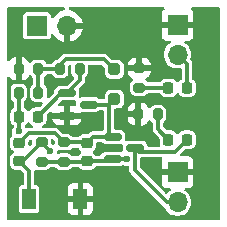
<source format=gbr>
%TF.GenerationSoftware,KiCad,Pcbnew,8.0.1*%
%TF.CreationDate,2024-05-12T11:03:26+05:30*%
%TF.ProjectId,PBSEQ-D1,50425345-512d-4443-912e-6b696361645f,0.1*%
%TF.SameCoordinates,PX7bfa480PY68e7780*%
%TF.FileFunction,Copper,L1,Top*%
%TF.FilePolarity,Positive*%
%FSLAX46Y46*%
G04 Gerber Fmt 4.6, Leading zero omitted, Abs format (unit mm)*
G04 Created by KiCad (PCBNEW 8.0.1) date 2024-05-12 11:03:26*
%MOMM*%
%LPD*%
G01*
G04 APERTURE LIST*
G04 Aperture macros list*
%AMRoundRect*
0 Rectangle with rounded corners*
0 $1 Rounding radius*
0 $2 $3 $4 $5 $6 $7 $8 $9 X,Y pos of 4 corners*
0 Add a 4 corners polygon primitive as box body*
4,1,4,$2,$3,$4,$5,$6,$7,$8,$9,$2,$3,0*
0 Add four circle primitives for the rounded corners*
1,1,$1+$1,$2,$3*
1,1,$1+$1,$4,$5*
1,1,$1+$1,$6,$7*
1,1,$1+$1,$8,$9*
0 Add four rect primitives between the rounded corners*
20,1,$1+$1,$2,$3,$4,$5,0*
20,1,$1+$1,$4,$5,$6,$7,0*
20,1,$1+$1,$6,$7,$8,$9,0*
20,1,$1+$1,$8,$9,$2,$3,0*%
G04 Aperture macros list end*
%TA.AperFunction,SMDPad,CuDef*%
%ADD10R,1.150000X1.700000*%
%TD*%
%TA.AperFunction,SMDPad,CuDef*%
%ADD11RoundRect,0.200000X0.200000X0.275000X-0.200000X0.275000X-0.200000X-0.275000X0.200000X-0.275000X0*%
%TD*%
%TA.AperFunction,SMDPad,CuDef*%
%ADD12RoundRect,0.200000X0.275000X-0.200000X0.275000X0.200000X-0.275000X0.200000X-0.275000X-0.200000X0*%
%TD*%
%TA.AperFunction,SMDPad,CuDef*%
%ADD13RoundRect,0.200000X-0.200000X-0.275000X0.200000X-0.275000X0.200000X0.275000X-0.200000X0.275000X0*%
%TD*%
%TA.AperFunction,SMDPad,CuDef*%
%ADD14RoundRect,0.200000X-0.275000X0.200000X-0.275000X-0.200000X0.275000X-0.200000X0.275000X0.200000X0*%
%TD*%
%TA.AperFunction,SMDPad,CuDef*%
%ADD15RoundRect,0.150000X-0.587500X-0.150000X0.587500X-0.150000X0.587500X0.150000X-0.587500X0.150000X0*%
%TD*%
%TA.AperFunction,ComponentPad*%
%ADD16R,1.700000X1.700000*%
%TD*%
%TA.AperFunction,ComponentPad*%
%ADD17O,1.700000X1.700000*%
%TD*%
%TA.AperFunction,SMDPad,CuDef*%
%ADD18RoundRect,0.218750X-0.218750X-0.256250X0.218750X-0.256250X0.218750X0.256250X-0.218750X0.256250X0*%
%TD*%
%TA.AperFunction,SMDPad,CuDef*%
%ADD19RoundRect,0.250000X0.250000X-0.250000X0.250000X0.250000X-0.250000X0.250000X-0.250000X-0.250000X0*%
%TD*%
%TA.AperFunction,SMDPad,CuDef*%
%ADD20RoundRect,0.225000X-0.250000X0.225000X-0.250000X-0.225000X0.250000X-0.225000X0.250000X0.225000X0*%
%TD*%
%TA.AperFunction,SMDPad,CuDef*%
%ADD21RoundRect,0.225000X-0.225000X-0.250000X0.225000X-0.250000X0.225000X0.250000X-0.225000X0.250000X0*%
%TD*%
%TA.AperFunction,SMDPad,CuDef*%
%ADD22RoundRect,0.225000X0.250000X-0.225000X0.250000X0.225000X-0.250000X0.225000X-0.250000X-0.225000X0*%
%TD*%
%TA.AperFunction,ViaPad*%
%ADD23C,0.600000*%
%TD*%
%TA.AperFunction,Conductor*%
%ADD24C,0.300000*%
%TD*%
G04 APERTURE END LIST*
D10*
%TO.P,SW1,1,1*%
%TO.N,GND*%
X6705000Y2260000D03*
%TO.P,SW1,2,2*%
%TO.N,Net-(J3-Pin_1)*%
X2355000Y2260000D03*
%TD*%
D11*
%TO.P,R7,1*%
%TO.N,Net-(D3-K)*%
X13260000Y9445000D03*
%TO.P,R7,2*%
%TO.N,GND*%
X11610000Y9445000D03*
%TD*%
D12*
%TO.P,R6,1*%
%TO.N,Net-(D2-K)*%
X11685000Y11690000D03*
%TO.P,R6,2*%
%TO.N,GND*%
X11685000Y13340000D03*
%TD*%
D11*
%TO.P,R5,1*%
%TO.N,Net-(D1-A)*%
X3140000Y13275000D03*
%TO.P,R5,2*%
%TO.N,GND*%
X1490000Y13275000D03*
%TD*%
D13*
%TO.P,R4,1*%
%TO.N,Net-(D1-A)*%
X4990000Y13275000D03*
%TO.P,R4,2*%
%TO.N,Net-(Q2-G)*%
X6640000Y13275000D03*
%TD*%
%TO.P,R3,1*%
%TO.N,OUTPUT*%
X1490000Y11245000D03*
%TO.P,R3,2*%
%TO.N,Net-(D1-A)*%
X3140000Y11245000D03*
%TD*%
D12*
%TO.P,R2,1*%
%TO.N,VCC*%
X5295000Y5420000D03*
%TO.P,R2,2*%
%TO.N,Net-(D1-K)*%
X5295000Y7070000D03*
%TD*%
D14*
%TO.P,R1,1*%
%TO.N,Net-(J3-Pin_1)*%
X3415000Y7070000D03*
%TO.P,R1,2*%
%TO.N,VCC*%
X3415000Y5420000D03*
%TD*%
D15*
%TO.P,Q2,1,G*%
%TO.N,Net-(Q2-G)*%
X5527500Y11213000D03*
%TO.P,Q2,2,S*%
%TO.N,GND*%
X5527500Y9313000D03*
%TO.P,Q2,3,D*%
%TO.N,Net-(D1-K)*%
X7402500Y10263000D03*
%TD*%
%TO.P,Q1,1,G*%
%TO.N,Net-(D1-K)*%
X9427500Y7544000D03*
%TO.P,Q1,2,S*%
%TO.N,VCC*%
X9427500Y5644000D03*
%TO.P,Q1,3,D*%
%TO.N,OUTPUT*%
X11302500Y6594000D03*
%TD*%
D16*
%TO.P,J3,1,Pin_1*%
%TO.N,Net-(J3-Pin_1)*%
X3022500Y16925000D03*
D17*
%TO.P,J3,2,Pin_2*%
%TO.N,GND*%
X5562500Y16925000D03*
%TD*%
D16*
%TO.P,J2,1,Pin_1*%
%TO.N,GND*%
X14925000Y4525000D03*
D17*
%TO.P,J2,2,Pin_2*%
%TO.N,OUTPUT*%
X14925000Y1985000D03*
%TD*%
%TO.P,J1,2,Pin_2*%
%TO.N,VCC*%
X14925000Y14485000D03*
D16*
%TO.P,J1,1,Pin_1*%
%TO.N,GND*%
X14925000Y17025000D03*
%TD*%
D18*
%TO.P,D3,1,K*%
%TO.N,Net-(D3-K)*%
X14157500Y7295000D03*
%TO.P,D3,2,A*%
%TO.N,OUTPUT*%
X15732500Y7295000D03*
%TD*%
%TO.P,D2,1,K*%
%TO.N,Net-(D2-K)*%
X14157500Y11685000D03*
%TO.P,D2,2,A*%
%TO.N,VCC*%
X15732500Y11685000D03*
%TD*%
D19*
%TO.P,D1,1,K*%
%TO.N,Net-(D1-K)*%
X9575000Y10730000D03*
%TO.P,D1,2,A*%
%TO.N,Net-(D1-A)*%
X9575000Y13230000D03*
%TD*%
D20*
%TO.P,C3,1*%
%TO.N,Net-(D1-K)*%
X1525000Y7020000D03*
%TO.P,C3,2*%
%TO.N,Net-(J3-Pin_1)*%
X1525000Y5470000D03*
%TD*%
D21*
%TO.P,C2,1*%
%TO.N,OUTPUT*%
X1530000Y9235000D03*
%TO.P,C2,2*%
%TO.N,Net-(Q2-G)*%
X3080000Y9235000D03*
%TD*%
D22*
%TO.P,C1,1*%
%TO.N,VCC*%
X7255000Y5470000D03*
%TO.P,C1,2*%
%TO.N,Net-(D1-K)*%
X7255000Y7020000D03*
%TD*%
D23*
%TO.N,GND*%
X1200000Y14800000D03*
X3200000Y14800000D03*
X12400000Y15000000D03*
X12400000Y17600000D03*
X15600000Y9400000D03*
X12800000Y4800000D03*
X9550000Y950000D03*
X9550000Y3400000D03*
X4000000Y3800000D03*
X10200000Y9200000D03*
X7400000Y9000000D03*
X8000000Y12600000D03*
%TO.N,OUTPUT*%
X1500000Y7980761D03*
%TO.N,VCC*%
X10650000Y5650000D03*
%TO.N,Net-(J3-Pin_1)*%
X4100000Y6300000D03*
%TD*%
D24*
%TO.N,VCC*%
X15732500Y13677500D02*
X14925000Y14485000D01*
X15732500Y11685000D02*
X15732500Y13677500D01*
%TO.N,OUTPUT*%
X14015000Y1985000D02*
X14925000Y1985000D01*
X11302500Y4697500D02*
X14015000Y1985000D01*
X11302500Y6594000D02*
X11302500Y4697500D01*
%TO.N,Net-(J3-Pin_1)*%
X2355000Y4640000D02*
X1525000Y5470000D01*
X2355000Y2260000D02*
X2355000Y4640000D01*
%TO.N,Net-(Q2-G)*%
X6640000Y12325500D02*
X5527500Y11213000D01*
X6640000Y13275000D02*
X6640000Y12325500D01*
X5527500Y11213000D02*
X5058000Y11213000D01*
X5058000Y11213000D02*
X3080000Y9235000D01*
%TO.N,Net-(D1-K)*%
X7402500Y10263000D02*
X9108000Y10263000D01*
%TO.N,OUTPUT*%
X1530000Y8010761D02*
X1530000Y9235000D01*
X1500000Y7980761D02*
X1530000Y8010761D01*
X1490000Y9275000D02*
X1530000Y9235000D01*
X1490000Y11245000D02*
X1490000Y9275000D01*
%TO.N,VCC*%
X10650000Y5650000D02*
X9433500Y5650000D01*
X9433500Y5650000D02*
X9427500Y5644000D01*
%TO.N,Net-(J3-Pin_1)*%
X3415000Y6985000D02*
X4100000Y6300000D01*
X3415000Y7070000D02*
X3415000Y6985000D01*
%TO.N,OUTPUT*%
X14687500Y6250000D02*
X15732500Y7295000D01*
X11646500Y6250000D02*
X14687500Y6250000D01*
X11302500Y6594000D02*
X11646500Y6250000D01*
%TO.N,Net-(D3-K)*%
X13260000Y8192500D02*
X14157500Y7295000D01*
X13260000Y9445000D02*
X13260000Y8192500D01*
%TO.N,Net-(D2-K)*%
X14152500Y11690000D02*
X14157500Y11685000D01*
X11685000Y11690000D02*
X14152500Y11690000D01*
%TO.N,Net-(D1-K)*%
X7205000Y7070000D02*
X7255000Y7020000D01*
X5295000Y7070000D02*
X7205000Y7070000D01*
X4545000Y7820000D02*
X5295000Y7070000D01*
X2320000Y7820000D02*
X4545000Y7820000D01*
X1525000Y7020000D02*
X1525000Y7025000D01*
X1525000Y7025000D02*
X2320000Y7820000D01*
%TO.N,VCC*%
X9253500Y5470000D02*
X9427500Y5644000D01*
X7255000Y5470000D02*
X9253500Y5470000D01*
X3415000Y5420000D02*
X7205000Y5420000D01*
X7205000Y5420000D02*
X7255000Y5470000D01*
%TO.N,Net-(J3-Pin_1)*%
X1525000Y5470000D02*
X1815000Y5470000D01*
X1815000Y5470000D02*
X3415000Y7070000D01*
%TO.N,Net-(D1-K)*%
X9427500Y7544000D02*
X7779000Y7544000D01*
X7779000Y7544000D02*
X7255000Y7020000D01*
X9108000Y7863500D02*
X9427500Y7544000D01*
X9108000Y10263000D02*
X9108000Y7863500D01*
X9108000Y10263000D02*
X9575000Y10730000D01*
%TO.N,Net-(D1-A)*%
X8705000Y14100000D02*
X9575000Y13230000D01*
X5450000Y14100000D02*
X8705000Y14100000D01*
X4990000Y13640000D02*
X5450000Y14100000D01*
X4990000Y13275000D02*
X4990000Y13640000D01*
X3140000Y13275000D02*
X4990000Y13275000D01*
X3140000Y11245000D02*
X3140000Y13275000D01*
%TD*%
%TA.AperFunction,Conductor*%
%TO.N,GND*%
G36*
X13589299Y5779815D02*
G01*
X13635054Y5727011D01*
X13644998Y5657853D01*
X13634256Y5625582D01*
X13634746Y5625399D01*
X13581403Y5482380D01*
X13581401Y5482373D01*
X13575000Y5422845D01*
X13575000Y4775000D01*
X14491988Y4775000D01*
X14459075Y4717993D01*
X14425000Y4590826D01*
X14425000Y4459174D01*
X14459075Y4332007D01*
X14491988Y4275000D01*
X13575000Y4275000D01*
X13575000Y3627156D01*
X13581401Y3567628D01*
X13581403Y3567621D01*
X13631645Y3432914D01*
X13631649Y3432907D01*
X13717809Y3317813D01*
X13717812Y3317810D01*
X13832906Y3231650D01*
X13832913Y3231646D01*
X13967620Y3181404D01*
X13967627Y3181402D01*
X14027155Y3175001D01*
X14027172Y3175000D01*
X14225634Y3175000D01*
X14292673Y3155315D01*
X14338428Y3102511D01*
X14348372Y3033353D01*
X14319347Y2969797D01*
X14290911Y2945573D01*
X14228701Y2907055D01*
X14071123Y2763403D01*
X14067267Y2759172D01*
X14066112Y2760225D01*
X14015942Y2722998D01*
X13946230Y2718310D01*
X13885421Y2751682D01*
X11789319Y4847784D01*
X11755834Y4909107D01*
X11753000Y4935465D01*
X11753000Y5675500D01*
X11772685Y5742539D01*
X11825489Y5788294D01*
X11877000Y5799500D01*
X13522260Y5799500D01*
X13589299Y5779815D01*
G37*
%TD.AperFunction*%
%TA.AperFunction,Conductor*%
G36*
X6332391Y10584990D02*
G01*
X6364620Y10522997D01*
X6366401Y10487538D01*
X6364500Y10467262D01*
X6364500Y10231949D01*
X6344815Y10164910D01*
X6292011Y10119155D01*
X6222853Y10109211D01*
X6218220Y10109967D01*
X6217491Y10110101D01*
X6180649Y10113000D01*
X5777500Y10113000D01*
X5777500Y9563000D01*
X6762295Y9563000D01*
X6775087Y9576839D01*
X6779355Y9597152D01*
X6828409Y9646907D01*
X6888607Y9662500D01*
X8044270Y9662500D01*
X8074699Y9665354D01*
X8074701Y9665354D01*
X8140847Y9688500D01*
X8202882Y9710207D01*
X8243265Y9740011D01*
X8308655Y9788270D01*
X8374284Y9812241D01*
X8382288Y9812500D01*
X8533500Y9812500D01*
X8600539Y9792815D01*
X8646294Y9740011D01*
X8657500Y9688500D01*
X8657500Y8181815D01*
X8637815Y8114776D01*
X8607134Y8082045D01*
X8521346Y8018730D01*
X8455717Y7994759D01*
X8447712Y7994500D01*
X7719691Y7994500D01*
X7629325Y7970287D01*
X7629324Y7970288D01*
X7605116Y7963801D01*
X7605113Y7963800D01*
X7502386Y7904489D01*
X7502383Y7904487D01*
X7404716Y7806819D01*
X7343393Y7773334D01*
X7317035Y7770500D01*
X6963856Y7770500D01*
X6925841Y7765935D01*
X6879411Y7760360D01*
X6745023Y7707364D01*
X6629920Y7620078D01*
X6591622Y7569574D01*
X6535429Y7528051D01*
X6492819Y7520500D01*
X6069751Y7520500D01*
X6002712Y7540185D01*
X5970485Y7570188D01*
X5939939Y7610991D01*
X5927546Y7627546D01*
X5918962Y7633972D01*
X5812335Y7713794D01*
X5812328Y7713798D01*
X5677482Y7764092D01*
X5677483Y7764092D01*
X5617883Y7770499D01*
X5617881Y7770500D01*
X5617873Y7770500D01*
X5617865Y7770500D01*
X5282965Y7770500D01*
X5215926Y7790185D01*
X5195284Y7806819D01*
X4821616Y8180487D01*
X4821614Y8180489D01*
X4758395Y8216989D01*
X4718888Y8239799D01*
X4705612Y8243356D01*
X4694673Y8246287D01*
X4694670Y8246288D01*
X4656478Y8256522D01*
X4604309Y8270500D01*
X3578054Y8270500D01*
X3511015Y8290185D01*
X3465260Y8342989D01*
X3455316Y8412147D01*
X3484341Y8475703D01*
X3532562Y8509855D01*
X3564975Y8522636D01*
X3680078Y8609922D01*
X3767364Y8725025D01*
X3820359Y8859410D01*
X3830500Y8943856D01*
X3830500Y9062999D01*
X4292704Y9062999D01*
X4292899Y9060514D01*
X4338718Y8902802D01*
X4422314Y8761448D01*
X4422321Y8761439D01*
X4538438Y8645322D01*
X4538447Y8645315D01*
X4679803Y8561718D01*
X4679806Y8561717D01*
X4837504Y8515901D01*
X4837510Y8515900D01*
X4874350Y8513001D01*
X4874366Y8513000D01*
X5277500Y8513000D01*
X5277500Y9063000D01*
X5777500Y9063000D01*
X5777500Y8513000D01*
X6180634Y8513000D01*
X6180649Y8513001D01*
X6217489Y8515900D01*
X6217495Y8515901D01*
X6375193Y8561717D01*
X6375196Y8561718D01*
X6516552Y8645315D01*
X6516561Y8645322D01*
X6632678Y8761439D01*
X6632685Y8761448D01*
X6716281Y8902802D01*
X6762100Y9060514D01*
X6762295Y9062999D01*
X6762295Y9063000D01*
X5777500Y9063000D01*
X5277500Y9063000D01*
X4292705Y9063000D01*
X4292704Y9062999D01*
X3830500Y9062999D01*
X3830500Y9297035D01*
X3850185Y9364074D01*
X3866819Y9384716D01*
X4082575Y9600473D01*
X4143896Y9633956D01*
X4213587Y9628972D01*
X4261309Y9596962D01*
X4292704Y9563000D01*
X5277500Y9563000D01*
X5277500Y10113000D01*
X4894465Y10113000D01*
X4827426Y10132685D01*
X4781671Y10185489D01*
X4771727Y10254647D01*
X4800752Y10318203D01*
X4806784Y10324681D01*
X5058284Y10576181D01*
X5119607Y10609666D01*
X5145965Y10612500D01*
X6169270Y10612500D01*
X6199699Y10615354D01*
X6201984Y10616153D01*
X6203779Y10616245D01*
X6207073Y10616964D01*
X6207192Y10616420D01*
X6271763Y10619717D01*
X6332391Y10584990D01*
G37*
%TD.AperFunction*%
%TA.AperFunction,Conductor*%
G36*
X5347779Y18479815D02*
G01*
X5393534Y18427011D01*
X5403478Y18357853D01*
X5374453Y18294297D01*
X5315675Y18256523D01*
X5312833Y18255725D01*
X5099016Y18198434D01*
X5099007Y18198430D01*
X4884922Y18098601D01*
X4884920Y18098600D01*
X4691426Y17963114D01*
X4691420Y17963109D01*
X4524391Y17796080D01*
X4524390Y17796078D01*
X4398574Y17616394D01*
X4343997Y17572770D01*
X4274498Y17565577D01*
X4212144Y17597099D01*
X4176730Y17657329D01*
X4172999Y17687518D01*
X4172999Y17819857D01*
X4172999Y17819864D01*
X4172997Y17819883D01*
X4170086Y17844988D01*
X4170085Y17844990D01*
X4170085Y17844991D01*
X4124706Y17947765D01*
X4045265Y18027206D01*
X4045263Y18027207D01*
X3942492Y18072585D01*
X3917365Y18075500D01*
X2127643Y18075500D01*
X2127617Y18075498D01*
X2102512Y18072587D01*
X2102508Y18072585D01*
X1999735Y18027207D01*
X1920294Y17947766D01*
X1874915Y17844994D01*
X1874915Y17844992D01*
X1872000Y17819869D01*
X1872000Y16030144D01*
X1872002Y16030118D01*
X1874913Y16005013D01*
X1874915Y16005009D01*
X1920293Y15902236D01*
X1920294Y15902235D01*
X1999735Y15822794D01*
X2102509Y15777415D01*
X2127635Y15774500D01*
X3917364Y15774501D01*
X3917379Y15774503D01*
X3917382Y15774503D01*
X3942487Y15777414D01*
X3942488Y15777415D01*
X3942491Y15777415D01*
X4045265Y15822794D01*
X4124706Y15902235D01*
X4170085Y16005009D01*
X4173000Y16030135D01*
X4172999Y16162484D01*
X4192683Y16229520D01*
X4245487Y16275275D01*
X4314645Y16285219D01*
X4378201Y16256195D01*
X4398573Y16233605D01*
X4524390Y16053922D01*
X4691417Y15886895D01*
X4884921Y15751400D01*
X5099007Y15651571D01*
X5099016Y15651567D01*
X5312500Y15594366D01*
X5312500Y16491988D01*
X5369507Y16459075D01*
X5496674Y16425000D01*
X5628326Y16425000D01*
X5755493Y16459075D01*
X5812500Y16491988D01*
X5812500Y15594367D01*
X6025983Y15651567D01*
X6025992Y15651571D01*
X6240078Y15751400D01*
X6433582Y15886895D01*
X6600605Y16053918D01*
X6736100Y16247422D01*
X6835929Y16461508D01*
X6835932Y16461514D01*
X6893136Y16675000D01*
X5995512Y16675000D01*
X6028425Y16732007D01*
X6062500Y16859174D01*
X6062500Y16990826D01*
X6028425Y17117993D01*
X5995512Y17175000D01*
X6893136Y17175000D01*
X6893135Y17175001D01*
X6835932Y17388487D01*
X6835929Y17388493D01*
X6736100Y17602578D01*
X6736099Y17602580D01*
X6600613Y17796074D01*
X6600608Y17796080D01*
X6433582Y17963106D01*
X6240078Y18098601D01*
X6025992Y18198430D01*
X6025983Y18198434D01*
X5812167Y18255725D01*
X5752506Y18292090D01*
X5721977Y18354937D01*
X5730272Y18424312D01*
X5774757Y18478190D01*
X5841309Y18499465D01*
X5844260Y18499500D01*
X13702336Y18499500D01*
X13769375Y18479815D01*
X13815130Y18427011D01*
X13825074Y18357853D01*
X13796049Y18294297D01*
X13776647Y18276233D01*
X13717809Y18232187D01*
X13631649Y18117094D01*
X13631645Y18117087D01*
X13581403Y17982380D01*
X13581401Y17982373D01*
X13575000Y17922845D01*
X13575000Y17275000D01*
X14491988Y17275000D01*
X14459075Y17217993D01*
X14425000Y17090826D01*
X14425000Y16959174D01*
X14459075Y16832007D01*
X14491988Y16775000D01*
X13575000Y16775000D01*
X13575000Y16127156D01*
X13581401Y16067628D01*
X13581403Y16067621D01*
X13631645Y15932914D01*
X13631649Y15932907D01*
X13717809Y15817813D01*
X13717812Y15817810D01*
X13832906Y15731650D01*
X13832913Y15731646D01*
X13967620Y15681404D01*
X13967627Y15681402D01*
X14027155Y15675001D01*
X14027172Y15675000D01*
X14225634Y15675000D01*
X14292673Y15655315D01*
X14338428Y15602511D01*
X14348372Y15533353D01*
X14319347Y15469797D01*
X14290911Y15445573D01*
X14228701Y15407055D01*
X14071127Y15263407D01*
X13942632Y15093254D01*
X13847596Y14902395D01*
X13847596Y14902393D01*
X13789244Y14697311D01*
X13772796Y14519799D01*
X13769571Y14485000D01*
X13789244Y14272690D01*
X13832727Y14119864D01*
X13847596Y14067608D01*
X13847596Y14067606D01*
X13942632Y13876747D01*
X14048311Y13736807D01*
X14071128Y13706593D01*
X14228698Y13562948D01*
X14409981Y13450702D01*
X14608802Y13373679D01*
X14818390Y13334500D01*
X14818392Y13334500D01*
X15031608Y13334500D01*
X15031610Y13334500D01*
X15135217Y13353868D01*
X15204730Y13346837D01*
X15259408Y13303340D01*
X15281891Y13237186D01*
X15282000Y13231979D01*
X15282000Y12478763D01*
X15262315Y12411724D01*
X15232925Y12379959D01*
X15143132Y12311868D01*
X15056884Y12198132D01*
X15053086Y12191376D01*
X15003072Y12142588D01*
X14934620Y12128584D01*
X14869463Y12153812D01*
X14836914Y12191376D01*
X14833115Y12198132D01*
X14746867Y12311868D01*
X14633134Y12398114D01*
X14633132Y12398115D01*
X14500346Y12450479D01*
X14500345Y12450480D01*
X14500343Y12450480D01*
X14416902Y12460500D01*
X13898098Y12460500D01*
X13814656Y12450480D01*
X13814655Y12450480D01*
X13681865Y12398114D01*
X13568132Y12311868D01*
X13476760Y12191374D01*
X13474285Y12193251D01*
X13435040Y12154951D01*
X13376945Y12140500D01*
X12459751Y12140500D01*
X12392712Y12160185D01*
X12360485Y12190188D01*
X12317548Y12247543D01*
X12317546Y12247546D01*
X12250003Y12298109D01*
X12208133Y12354043D01*
X12203149Y12423735D01*
X12236635Y12485057D01*
X12260166Y12503492D01*
X12394874Y12584926D01*
X12394878Y12584929D01*
X12515072Y12705123D01*
X12603019Y12850605D01*
X12653590Y13012894D01*
X12660000Y13083428D01*
X12660000Y13090000D01*
X10710001Y13090000D01*
X10710001Y13083418D01*
X10716408Y13012898D01*
X10716409Y13012893D01*
X10766981Y12850604D01*
X10854927Y12705123D01*
X10975122Y12584928D01*
X11109834Y12503492D01*
X11157021Y12451964D01*
X11168860Y12383105D01*
X11141591Y12318776D01*
X11119996Y12298109D01*
X11052452Y12247545D01*
X10966206Y12132336D01*
X10966202Y12132329D01*
X10915910Y11997487D01*
X10915909Y11997483D01*
X10909500Y11937873D01*
X10909500Y11937866D01*
X10909500Y11937865D01*
X10909500Y11442130D01*
X10909501Y11442124D01*
X10915908Y11382517D01*
X10966202Y11247672D01*
X10966206Y11247665D01*
X11052452Y11132456D01*
X11052455Y11132453D01*
X11167664Y11046207D01*
X11167671Y11046203D01*
X11212618Y11029439D01*
X11302517Y10995909D01*
X11362127Y10989500D01*
X12007872Y10989501D01*
X12067483Y10995909D01*
X12202331Y11046204D01*
X12317546Y11132454D01*
X12347050Y11171866D01*
X12360485Y11189812D01*
X12416419Y11231682D01*
X12459751Y11239500D01*
X13371322Y11239500D01*
X13438361Y11219815D01*
X13479409Y11176272D01*
X13481886Y11171866D01*
X13568132Y11058133D01*
X13673407Y10978301D01*
X13681868Y10971885D01*
X13814654Y10919521D01*
X13898098Y10909500D01*
X14416902Y10909500D01*
X14500346Y10919521D01*
X14633132Y10971885D01*
X14746867Y11058133D01*
X14833115Y11171868D01*
X14833117Y11171874D01*
X14836912Y11178622D01*
X14886925Y11227411D01*
X14955376Y11241417D01*
X15020534Y11216192D01*
X15053088Y11178622D01*
X15056886Y11171866D01*
X15143132Y11058133D01*
X15248407Y10978301D01*
X15256868Y10971885D01*
X15389654Y10919521D01*
X15473098Y10909500D01*
X15991902Y10909500D01*
X16075346Y10919521D01*
X16208132Y10971885D01*
X16321867Y11058133D01*
X16408115Y11171868D01*
X16460479Y11304654D01*
X16470500Y11388098D01*
X16470500Y11981902D01*
X16460479Y12065346D01*
X16408115Y12198132D01*
X16408113Y12198135D01*
X16321867Y12311868D01*
X16232075Y12379959D01*
X16190551Y12436152D01*
X16183000Y12478763D01*
X16183000Y13736807D01*
X16183000Y13736809D01*
X16152299Y13851386D01*
X16109155Y13926113D01*
X16106588Y13930559D01*
X16092991Y13954111D01*
X16092987Y13954116D01*
X16048856Y13998247D01*
X16015371Y14059570D01*
X16017270Y14119859D01*
X16060756Y14272690D01*
X16080429Y14485000D01*
X16060756Y14697310D01*
X16002405Y14902389D01*
X16002403Y14902394D01*
X16002403Y14902395D01*
X15907367Y15093254D01*
X15778872Y15263407D01*
X15621302Y15407052D01*
X15621299Y15407054D01*
X15621298Y15407055D01*
X15559089Y15445573D01*
X15512453Y15497601D01*
X15501349Y15566582D01*
X15529302Y15630617D01*
X15587437Y15669373D01*
X15624366Y15675000D01*
X15822828Y15675000D01*
X15822844Y15675001D01*
X15882372Y15681402D01*
X15882379Y15681404D01*
X16017086Y15731646D01*
X16017093Y15731650D01*
X16132187Y15817810D01*
X16132190Y15817813D01*
X16218350Y15932907D01*
X16218354Y15932914D01*
X16268596Y16067621D01*
X16268598Y16067628D01*
X16274999Y16127156D01*
X16275000Y16127173D01*
X16275000Y16775000D01*
X15358012Y16775000D01*
X15390925Y16832007D01*
X15425000Y16959174D01*
X15425000Y17090826D01*
X15390925Y17217993D01*
X15358012Y17275000D01*
X16275000Y17275000D01*
X16275000Y17922828D01*
X16274999Y17922845D01*
X16268598Y17982373D01*
X16268596Y17982380D01*
X16218354Y18117087D01*
X16218350Y18117094D01*
X16132190Y18232187D01*
X16073353Y18276233D01*
X16031482Y18332167D01*
X16026498Y18401859D01*
X16059983Y18463182D01*
X16121307Y18496666D01*
X16147664Y18499500D01*
X18375500Y18499500D01*
X18442539Y18479815D01*
X18488294Y18427011D01*
X18499500Y18375500D01*
X18499500Y624500D01*
X18479815Y557461D01*
X18427011Y511706D01*
X18375500Y500500D01*
X624500Y500500D01*
X557461Y520185D01*
X511706Y572989D01*
X500500Y624500D01*
X500500Y5203856D01*
X749500Y5203856D01*
X753310Y5172128D01*
X759640Y5119412D01*
X812636Y4985024D01*
X899921Y4869922D01*
X1015023Y4782637D01*
X1015024Y4782637D01*
X1015025Y4782636D01*
X1149410Y4729641D01*
X1233856Y4719500D01*
X1587035Y4719500D01*
X1654074Y4699815D01*
X1674716Y4683181D01*
X1868181Y4489716D01*
X1901666Y4428393D01*
X1904500Y4402035D01*
X1904500Y3534500D01*
X1884815Y3467461D01*
X1832011Y3421706D01*
X1780503Y3410500D01*
X1735143Y3410500D01*
X1735118Y3410498D01*
X1710011Y3407586D01*
X1710008Y3407585D01*
X1607235Y3362207D01*
X1527794Y3282766D01*
X1482415Y3179994D01*
X1482415Y3179992D01*
X1479500Y3154869D01*
X1479500Y1365144D01*
X1479502Y1365118D01*
X1482413Y1340013D01*
X1482415Y1340009D01*
X1527793Y1237236D01*
X1527794Y1237235D01*
X1607235Y1157794D01*
X1710009Y1112415D01*
X1735135Y1109500D01*
X2974864Y1109501D01*
X2974879Y1109503D01*
X2974882Y1109503D01*
X2999987Y1112414D01*
X2999988Y1112415D01*
X2999991Y1112415D01*
X3102765Y1157794D01*
X3182206Y1237235D01*
X3227585Y1340009D01*
X3230500Y1365135D01*
X3230499Y2010000D01*
X5630000Y2010000D01*
X5630000Y1362156D01*
X5636401Y1302628D01*
X5636403Y1302621D01*
X5686645Y1167914D01*
X5686649Y1167907D01*
X5772809Y1052813D01*
X5772812Y1052810D01*
X5887906Y966650D01*
X5887913Y966646D01*
X6022620Y916404D01*
X6022627Y916402D01*
X6082155Y910001D01*
X6082172Y910000D01*
X6455000Y910000D01*
X6455000Y2010000D01*
X6955000Y2010000D01*
X6955000Y910000D01*
X7327828Y910000D01*
X7327844Y910001D01*
X7387372Y916402D01*
X7387379Y916404D01*
X7522086Y966646D01*
X7522093Y966650D01*
X7637187Y1052810D01*
X7637190Y1052813D01*
X7723350Y1167907D01*
X7723354Y1167914D01*
X7773596Y1302621D01*
X7773598Y1302628D01*
X7779999Y1362156D01*
X7780000Y1362173D01*
X7780000Y2010000D01*
X6955000Y2010000D01*
X6455000Y2010000D01*
X5630000Y2010000D01*
X3230499Y2010000D01*
X3230499Y2510000D01*
X5630000Y2510000D01*
X6455000Y2510000D01*
X6455000Y3610000D01*
X6955000Y3610000D01*
X6955000Y2510000D01*
X7780000Y2510000D01*
X7780000Y3157828D01*
X7779999Y3157845D01*
X7773598Y3217373D01*
X7773596Y3217380D01*
X7723354Y3352087D01*
X7723350Y3352094D01*
X7637190Y3467188D01*
X7637187Y3467191D01*
X7522093Y3553351D01*
X7522086Y3553355D01*
X7387379Y3603597D01*
X7387372Y3603599D01*
X7327844Y3610000D01*
X6955000Y3610000D01*
X6455000Y3610000D01*
X6082155Y3610000D01*
X6022627Y3603599D01*
X6022620Y3603597D01*
X5887913Y3553355D01*
X5887906Y3553351D01*
X5772812Y3467191D01*
X5772809Y3467188D01*
X5686649Y3352094D01*
X5686645Y3352087D01*
X5636403Y3217380D01*
X5636401Y3217373D01*
X5630000Y3157845D01*
X5630000Y2510000D01*
X3230499Y2510000D01*
X3230499Y3154864D01*
X3230447Y3155315D01*
X3227586Y3179988D01*
X3227585Y3179990D01*
X3227585Y3179991D01*
X3182206Y3282765D01*
X3102765Y3362206D01*
X3102763Y3362207D01*
X2999992Y3407585D01*
X2974868Y3410500D01*
X2974865Y3410500D01*
X2929500Y3410500D01*
X2862461Y3430185D01*
X2816706Y3482989D01*
X2805500Y3534500D01*
X2805500Y4631988D01*
X2825185Y4699027D01*
X2877989Y4744782D01*
X2947147Y4754726D01*
X2972828Y4748172D01*
X3022511Y4729641D01*
X3032511Y4725911D01*
X3032517Y4725909D01*
X3092127Y4719500D01*
X3737872Y4719501D01*
X3797483Y4725909D01*
X3932331Y4776204D01*
X4047546Y4862454D01*
X4082471Y4909107D01*
X4090485Y4919812D01*
X4146419Y4961682D01*
X4189751Y4969500D01*
X4520249Y4969500D01*
X4587288Y4949815D01*
X4619515Y4919812D01*
X4627529Y4909107D01*
X4662454Y4862454D01*
X4662457Y4862452D01*
X4777664Y4776207D01*
X4777671Y4776203D01*
X4822618Y4759439D01*
X4912517Y4725909D01*
X4972127Y4719500D01*
X5617872Y4719501D01*
X5677483Y4725909D01*
X5812331Y4776204D01*
X5927546Y4862454D01*
X5962471Y4909107D01*
X5970485Y4919812D01*
X6026419Y4961682D01*
X6069751Y4969500D01*
X6492819Y4969500D01*
X6559858Y4949815D01*
X6591622Y4920426D01*
X6629920Y4869923D01*
X6745023Y4782637D01*
X6745024Y4782637D01*
X6745025Y4782636D01*
X6879410Y4729641D01*
X6963856Y4719500D01*
X6963862Y4719500D01*
X7546138Y4719500D01*
X7546144Y4719500D01*
X7630590Y4729641D01*
X7764975Y4782636D01*
X7880078Y4869922D01*
X7956293Y4970427D01*
X8012486Y5011949D01*
X8055097Y5019500D01*
X9312807Y5019500D01*
X9312809Y5019500D01*
X9375082Y5036187D01*
X9386611Y5039275D01*
X9418704Y5043500D01*
X10069270Y5043500D01*
X10099699Y5046354D01*
X10099701Y5046354D01*
X10185154Y5076256D01*
X10227882Y5091207D01*
X10244124Y5103195D01*
X10309751Y5127167D01*
X10365208Y5117988D01*
X10493238Y5064956D01*
X10571619Y5054637D01*
X10649999Y5044318D01*
X10650000Y5044318D01*
X10650001Y5044318D01*
X10711815Y5052456D01*
X10780850Y5041690D01*
X10833106Y4995310D01*
X10852000Y4929517D01*
X10852000Y4638192D01*
X10876212Y4547828D01*
X10882700Y4523615D01*
X10882700Y4523614D01*
X10882701Y4523613D01*
X10942011Y4420886D01*
X13738386Y1624511D01*
X13738387Y1624510D01*
X13738389Y1624509D01*
X13797693Y1590271D01*
X13797695Y1590269D01*
X13819543Y1577655D01*
X13867759Y1527088D01*
X13868543Y1525540D01*
X13942634Y1376745D01*
X13970377Y1340007D01*
X14071128Y1206593D01*
X14228698Y1062948D01*
X14409981Y950702D01*
X14608802Y873679D01*
X14818390Y834500D01*
X14818392Y834500D01*
X15031608Y834500D01*
X15031610Y834500D01*
X15241198Y873679D01*
X15440019Y950702D01*
X15621302Y1062948D01*
X15778872Y1206593D01*
X15907366Y1376745D01*
X15907367Y1376747D01*
X16002403Y1567606D01*
X16002403Y1567607D01*
X16002405Y1567611D01*
X16060756Y1772690D01*
X16080429Y1985000D01*
X16060756Y2197310D01*
X16002405Y2402389D01*
X16002403Y2402394D01*
X16002403Y2402395D01*
X15907367Y2593254D01*
X15778872Y2763407D01*
X15621302Y2907052D01*
X15621299Y2907054D01*
X15621298Y2907055D01*
X15559089Y2945573D01*
X15512453Y2997601D01*
X15501349Y3066582D01*
X15529302Y3130617D01*
X15587437Y3169373D01*
X15624366Y3175000D01*
X15822828Y3175000D01*
X15822844Y3175001D01*
X15882372Y3181402D01*
X15882379Y3181404D01*
X16017086Y3231646D01*
X16017093Y3231650D01*
X16132187Y3317810D01*
X16132190Y3317813D01*
X16218350Y3432907D01*
X16218354Y3432914D01*
X16268596Y3567621D01*
X16268598Y3567628D01*
X16274999Y3627156D01*
X16275000Y3627173D01*
X16275000Y4275000D01*
X15358012Y4275000D01*
X15390925Y4332007D01*
X15425000Y4459174D01*
X15425000Y4590826D01*
X15390925Y4717993D01*
X15358012Y4775000D01*
X16275000Y4775000D01*
X16275000Y5422828D01*
X16274999Y5422845D01*
X16268598Y5482373D01*
X16268596Y5482380D01*
X16218354Y5617087D01*
X16218350Y5617094D01*
X16132190Y5732188D01*
X16132187Y5732191D01*
X16017093Y5818351D01*
X16017086Y5818355D01*
X15882379Y5868597D01*
X15882372Y5868599D01*
X15822844Y5875000D01*
X15248965Y5875000D01*
X15181926Y5894685D01*
X15136171Y5947489D01*
X15126227Y6016647D01*
X15155252Y6080203D01*
X15161284Y6086681D01*
X15557784Y6483181D01*
X15619107Y6516666D01*
X15645465Y6519500D01*
X15991902Y6519500D01*
X16075346Y6529521D01*
X16208132Y6581885D01*
X16321867Y6668133D01*
X16408115Y6781868D01*
X16460479Y6914654D01*
X16470500Y6998098D01*
X16470500Y7591902D01*
X16460479Y7675346D01*
X16408115Y7808132D01*
X16335047Y7904487D01*
X16321867Y7921868D01*
X16208134Y8008114D01*
X16208132Y8008115D01*
X16075346Y8060479D01*
X16075345Y8060480D01*
X16075343Y8060480D01*
X15991902Y8070500D01*
X15473098Y8070500D01*
X15389656Y8060480D01*
X15389655Y8060480D01*
X15256865Y8008114D01*
X15143132Y7921868D01*
X15056884Y7808132D01*
X15053086Y7801376D01*
X15003072Y7752588D01*
X14934620Y7738584D01*
X14869463Y7763812D01*
X14836914Y7801376D01*
X14833115Y7808132D01*
X14746867Y7921868D01*
X14633134Y8008114D01*
X14633132Y8008115D01*
X14500346Y8060479D01*
X14500345Y8060480D01*
X14500343Y8060480D01*
X14416902Y8070500D01*
X14070465Y8070500D01*
X14003426Y8090185D01*
X13982784Y8106819D01*
X13746819Y8342785D01*
X13713334Y8404108D01*
X13710500Y8430466D01*
X13710500Y8670251D01*
X13730185Y8737290D01*
X13760190Y8769518D01*
X13817546Y8812454D01*
X13903796Y8927669D01*
X13954091Y9062517D01*
X13960500Y9122127D01*
X13960499Y9767872D01*
X13954091Y9827483D01*
X13941935Y9860074D01*
X13903797Y9962329D01*
X13903793Y9962336D01*
X13817547Y10077545D01*
X13817544Y10077548D01*
X13702335Y10163794D01*
X13702328Y10163798D01*
X13567486Y10214090D01*
X13567485Y10214091D01*
X13567483Y10214091D01*
X13507873Y10220500D01*
X13507863Y10220500D01*
X13012129Y10220500D01*
X13012123Y10220499D01*
X12952516Y10214092D01*
X12817671Y10163798D01*
X12817664Y10163794D01*
X12702455Y10077548D01*
X12651891Y10010004D01*
X12595956Y9968133D01*
X12526265Y9963150D01*
X12464942Y9996636D01*
X12446508Y10020166D01*
X12365072Y10154878D01*
X12244877Y10275073D01*
X12099395Y10363020D01*
X12099396Y10363020D01*
X11937105Y10413591D01*
X11937106Y10413591D01*
X11866572Y10420000D01*
X11860000Y10420000D01*
X11860000Y8470001D01*
X11866581Y8470001D01*
X11937102Y8476409D01*
X11937107Y8476410D01*
X12099396Y8526982D01*
X12244877Y8614928D01*
X12365071Y8735122D01*
X12365074Y8735126D01*
X12446508Y8869834D01*
X12498035Y8917022D01*
X12566895Y8928861D01*
X12631224Y8901593D01*
X12651892Y8879996D01*
X12702452Y8812457D01*
X12702455Y8812453D01*
X12759810Y8769518D01*
X12801682Y8713585D01*
X12809500Y8670251D01*
X12809500Y8133190D01*
X12828982Y8060480D01*
X12840200Y8018615D01*
X12840200Y8018614D01*
X12853973Y7994759D01*
X12899511Y7915886D01*
X12899513Y7915884D01*
X13383181Y7432216D01*
X13416666Y7370893D01*
X13419500Y7344535D01*
X13419500Y6998098D01*
X13429520Y6914657D01*
X13429522Y6914649D01*
X13447134Y6869990D01*
X13453416Y6800404D01*
X13421079Y6738467D01*
X13360391Y6703846D01*
X13331780Y6700500D01*
X12462584Y6700500D01*
X12395545Y6720185D01*
X12349790Y6772989D01*
X12339126Y6812922D01*
X12337646Y6828700D01*
X12337646Y6828702D01*
X12301638Y6931605D01*
X12292793Y6956882D01*
X12212150Y7066150D01*
X12102882Y7146793D01*
X12102880Y7146794D01*
X11974700Y7191647D01*
X11944270Y7194500D01*
X11944266Y7194500D01*
X10660734Y7194500D01*
X10660730Y7194500D01*
X10630300Y7191647D01*
X10630298Y7191646D01*
X10628000Y7190842D01*
X10626196Y7190751D01*
X10622927Y7190036D01*
X10622808Y7190578D01*
X10558221Y7187288D01*
X10497597Y7222022D01*
X10465376Y7284019D01*
X10463599Y7319466D01*
X10465500Y7339734D01*
X10465500Y7748266D01*
X10463844Y7765921D01*
X10462646Y7778700D01*
X10462646Y7778702D01*
X10417793Y7906881D01*
X10417792Y7906883D01*
X10411149Y7915884D01*
X10337150Y8016150D01*
X10227882Y8096793D01*
X10227880Y8096794D01*
X10099700Y8141647D01*
X10069270Y8144500D01*
X10069266Y8144500D01*
X9682500Y8144500D01*
X9615461Y8164185D01*
X9569706Y8216989D01*
X9558500Y8268500D01*
X9558500Y9195000D01*
X10710001Y9195000D01*
X10710001Y9113418D01*
X10716408Y9042898D01*
X10716409Y9042893D01*
X10766981Y8880604D01*
X10854927Y8735123D01*
X10975122Y8614928D01*
X11120604Y8526981D01*
X11120603Y8526981D01*
X11282894Y8476410D01*
X11282893Y8476410D01*
X11353408Y8470002D01*
X11353426Y8470001D01*
X11359999Y8470002D01*
X11360000Y8470002D01*
X11360000Y9195000D01*
X10710001Y9195000D01*
X9558500Y9195000D01*
X9558500Y9695000D01*
X10710000Y9695000D01*
X11360000Y9695000D01*
X11360000Y10420000D01*
X11359999Y10420001D01*
X11353436Y10420000D01*
X11353417Y10419999D01*
X11282897Y10413592D01*
X11282892Y10413591D01*
X11120603Y10363019D01*
X10975122Y10275073D01*
X10854927Y10154878D01*
X10766980Y10009396D01*
X10716409Y9847107D01*
X10710000Y9776573D01*
X10710000Y9695000D01*
X9558500Y9695000D01*
X9558500Y9805500D01*
X9578185Y9872539D01*
X9630989Y9918294D01*
X9682500Y9929500D01*
X9868097Y9929500D01*
X9868102Y9929500D01*
X9956564Y9940123D01*
X10097342Y9995639D01*
X10217922Y10087078D01*
X10309361Y10207658D01*
X10364877Y10348436D01*
X10375500Y10436898D01*
X10375500Y11023102D01*
X10364877Y11111564D01*
X10309361Y11252342D01*
X10309360Y11252343D01*
X10309360Y11252344D01*
X10217922Y11372923D01*
X10097343Y11464361D01*
X9956561Y11519878D01*
X9910926Y11525358D01*
X9868102Y11530500D01*
X9281898Y11530500D01*
X9242853Y11525812D01*
X9193438Y11519878D01*
X9052656Y11464361D01*
X8932077Y11372923D01*
X8840639Y11252344D01*
X8785122Y11111562D01*
X8779188Y11062147D01*
X8774500Y11023102D01*
X8774500Y11023097D01*
X8774500Y10837500D01*
X8754815Y10770461D01*
X8702011Y10724706D01*
X8650500Y10713500D01*
X8382288Y10713500D01*
X8315249Y10733185D01*
X8308655Y10737730D01*
X8202886Y10815791D01*
X8202880Y10815794D01*
X8074700Y10860647D01*
X8044270Y10863500D01*
X8044266Y10863500D01*
X6760734Y10863500D01*
X6760730Y10863500D01*
X6730300Y10860647D01*
X6730298Y10860646D01*
X6728000Y10859842D01*
X6726196Y10859751D01*
X6722927Y10859036D01*
X6722808Y10859578D01*
X6658221Y10856288D01*
X6597597Y10891022D01*
X6565376Y10953019D01*
X6563599Y10988466D01*
X6565500Y11008734D01*
X6565500Y11417266D01*
X6563168Y11442128D01*
X6562646Y11447699D01*
X6546039Y11495159D01*
X6542476Y11564938D01*
X6575399Y11623796D01*
X6717397Y11765794D01*
X7000490Y12048886D01*
X7059799Y12151614D01*
X7090500Y12266191D01*
X7090500Y12500251D01*
X7110185Y12567290D01*
X7140190Y12599518D01*
X7197546Y12642454D01*
X7283796Y12757669D01*
X7334091Y12892517D01*
X7340500Y12952127D01*
X7340499Y13525501D01*
X7360183Y13592539D01*
X7412987Y13638294D01*
X7464499Y13649500D01*
X8467035Y13649500D01*
X8534074Y13629815D01*
X8554716Y13613181D01*
X8738181Y13429716D01*
X8771666Y13368393D01*
X8774500Y13342035D01*
X8774500Y12936898D01*
X8779830Y12892517D01*
X8785122Y12848439D01*
X8840639Y12707657D01*
X8932077Y12587078D01*
X9052656Y12495640D01*
X9052657Y12495640D01*
X9052658Y12495639D01*
X9193436Y12440123D01*
X9281898Y12429500D01*
X9281903Y12429500D01*
X9868097Y12429500D01*
X9868102Y12429500D01*
X9956564Y12440123D01*
X10097342Y12495639D01*
X10217922Y12587078D01*
X10309361Y12707658D01*
X10364877Y12848436D01*
X10375500Y12936898D01*
X10375500Y13523102D01*
X10367467Y13590000D01*
X10710000Y13590000D01*
X11435000Y13590000D01*
X11435000Y14240000D01*
X11935000Y14240000D01*
X11935000Y13590000D01*
X12659999Y13590000D01*
X12659999Y13596583D01*
X12653591Y13667103D01*
X12653590Y13667108D01*
X12603018Y13829397D01*
X12515072Y13974878D01*
X12394877Y14095073D01*
X12249395Y14183020D01*
X12249396Y14183020D01*
X12087105Y14233591D01*
X12087106Y14233591D01*
X12016572Y14240000D01*
X11935000Y14240000D01*
X11435000Y14240000D01*
X11434999Y14240001D01*
X11353417Y14240000D01*
X11282897Y14233592D01*
X11282892Y14233591D01*
X11120603Y14183019D01*
X10975122Y14095073D01*
X10854927Y13974878D01*
X10766980Y13829396D01*
X10716409Y13667107D01*
X10710000Y13596573D01*
X10710000Y13590000D01*
X10367467Y13590000D01*
X10364877Y13611564D01*
X10309361Y13752342D01*
X10309360Y13752343D01*
X10309360Y13752344D01*
X10217922Y13872923D01*
X10097343Y13964361D01*
X9956561Y14019878D01*
X9910926Y14025358D01*
X9868102Y14030500D01*
X9868097Y14030500D01*
X9462965Y14030500D01*
X9395926Y14050185D01*
X9375284Y14066819D01*
X8981616Y14460487D01*
X8981614Y14460489D01*
X8930250Y14490144D01*
X8878888Y14519799D01*
X8866780Y14523043D01*
X8854673Y14526287D01*
X8854670Y14526288D01*
X8816478Y14536522D01*
X8764309Y14550500D01*
X5390691Y14550500D01*
X5300325Y14526287D01*
X5300324Y14526288D01*
X5276116Y14519801D01*
X5276113Y14519800D01*
X5173386Y14460489D01*
X5173383Y14460487D01*
X4796889Y14083994D01*
X4735566Y14050509D01*
X4722461Y14048385D01*
X4682516Y14044092D01*
X4547671Y13993798D01*
X4547664Y13993794D01*
X4432455Y13907548D01*
X4432452Y13907545D01*
X4346207Y13792337D01*
X4344973Y13790076D01*
X4343150Y13788254D01*
X4340888Y13785231D01*
X4340453Y13785557D01*
X4295569Y13740669D01*
X4236139Y13725500D01*
X3893861Y13725500D01*
X3826822Y13745185D01*
X3789362Y13785419D01*
X3789112Y13785231D01*
X3787364Y13787566D01*
X3785027Y13790076D01*
X3783797Y13792327D01*
X3783796Y13792331D01*
X3758115Y13826636D01*
X3697547Y13907545D01*
X3697544Y13907548D01*
X3582335Y13993794D01*
X3582328Y13993798D01*
X3447486Y14044090D01*
X3447485Y14044091D01*
X3447483Y14044091D01*
X3387873Y14050500D01*
X3387863Y14050500D01*
X2892129Y14050500D01*
X2892123Y14050499D01*
X2832516Y14044092D01*
X2697671Y13993798D01*
X2697664Y13993794D01*
X2582455Y13907548D01*
X2531891Y13840004D01*
X2475956Y13798133D01*
X2406265Y13793150D01*
X2344942Y13826636D01*
X2326508Y13850166D01*
X2245072Y13984878D01*
X2124877Y14105073D01*
X1979395Y14193020D01*
X1979396Y14193020D01*
X1817105Y14243591D01*
X1817106Y14243591D01*
X1746572Y14250000D01*
X1740000Y14250000D01*
X1740000Y12300001D01*
X1746581Y12300001D01*
X1817102Y12306409D01*
X1817107Y12306410D01*
X1979396Y12356982D01*
X2124877Y12444928D01*
X2245071Y12565122D01*
X2245074Y12565126D01*
X2326508Y12699834D01*
X2378035Y12747022D01*
X2446895Y12758861D01*
X2511224Y12731593D01*
X2531892Y12709996D01*
X2582454Y12642454D01*
X2636738Y12601817D01*
X2639810Y12599518D01*
X2681682Y12543585D01*
X2689500Y12500251D01*
X2689500Y12019751D01*
X2669815Y11952712D01*
X2639812Y11920485D01*
X2582457Y11877549D01*
X2582451Y11877543D01*
X2496206Y11762336D01*
X2496202Y11762329D01*
X2467417Y11685150D01*
X2445909Y11627483D01*
X2439500Y11567873D01*
X2439500Y11567866D01*
X2439500Y11567865D01*
X2439500Y10922130D01*
X2439501Y10922124D01*
X2445908Y10862517D01*
X2496202Y10727672D01*
X2496206Y10727665D01*
X2582452Y10612456D01*
X2582455Y10612453D01*
X2697664Y10526207D01*
X2697671Y10526203D01*
X2706267Y10522997D01*
X2832517Y10475909D01*
X2892127Y10469500D01*
X3378035Y10469501D01*
X3445074Y10449817D01*
X3490829Y10397013D01*
X3500773Y10327854D01*
X3471748Y10264298D01*
X3465716Y10257820D01*
X3254716Y10046819D01*
X3193393Y10013334D01*
X3167035Y10010500D01*
X2813856Y10010500D01*
X2775841Y10005935D01*
X2729411Y10000360D01*
X2595023Y9947364D01*
X2479923Y9860080D01*
X2455205Y9827484D01*
X2410000Y9767872D01*
X2403804Y9759702D01*
X2347611Y9718179D01*
X2277890Y9713628D01*
X2216776Y9747493D01*
X2206196Y9759702D01*
X2200001Y9767871D01*
X2130078Y9860078D01*
X2130076Y9860079D01*
X2130076Y9860080D01*
X2014974Y9947365D01*
X2007587Y9951518D01*
X2008814Y9953703D01*
X1963860Y9988687D01*
X1940672Y10054597D01*
X1940500Y10061127D01*
X1940500Y10470251D01*
X1960185Y10537290D01*
X1990190Y10569518D01*
X1999091Y10576181D01*
X2047546Y10612454D01*
X2133796Y10727669D01*
X2184091Y10862517D01*
X2190500Y10922127D01*
X2190499Y11567872D01*
X2184091Y11627483D01*
X2133796Y11762331D01*
X2133795Y11762332D01*
X2133793Y11762336D01*
X2047547Y11877545D01*
X2047544Y11877548D01*
X1932335Y11963794D01*
X1932328Y11963798D01*
X1797486Y12014090D01*
X1797485Y12014091D01*
X1797483Y12014091D01*
X1737873Y12020500D01*
X1737863Y12020500D01*
X1242129Y12020500D01*
X1242123Y12020499D01*
X1182516Y12014092D01*
X1047671Y11963798D01*
X1047664Y11963794D01*
X932455Y11877548D01*
X932452Y11877545D01*
X846206Y11762336D01*
X846202Y11762329D01*
X817417Y11685150D01*
X795909Y11627483D01*
X789500Y11567873D01*
X789500Y11567866D01*
X789500Y11567865D01*
X789500Y10922130D01*
X789501Y10922124D01*
X795908Y10862517D01*
X846202Y10727672D01*
X846203Y10727671D01*
X846204Y10727669D01*
X932454Y10612454D01*
X969141Y10584990D01*
X989810Y10569518D01*
X1031682Y10513585D01*
X1039500Y10470251D01*
X1039500Y10004764D01*
X1019815Y9937725D01*
X990427Y9905961D01*
X929920Y9860077D01*
X929918Y9860074D01*
X842636Y9744977D01*
X789640Y9610589D01*
X788027Y9597152D01*
X779500Y9526144D01*
X779500Y8943856D01*
X784430Y8902802D01*
X789640Y8859412D01*
X842636Y8725024D01*
X929920Y8609924D01*
X929922Y8609922D01*
X1017632Y8543409D01*
X1059155Y8487216D01*
X1063706Y8417495D01*
X1041082Y8369119D01*
X975464Y8283604D01*
X914956Y8137524D01*
X914955Y8137522D01*
X894318Y7980763D01*
X894318Y7980760D01*
X914955Y7824001D01*
X914957Y7823996D01*
X939012Y7765921D01*
X946481Y7696451D01*
X915205Y7633972D01*
X900737Y7620895D01*
X899922Y7620080D01*
X812636Y7504977D01*
X759640Y7370589D01*
X754252Y7325717D01*
X749500Y7286144D01*
X749500Y6753856D01*
X753544Y6720185D01*
X759640Y6669412D01*
X812636Y6535024D01*
X899920Y6419924D01*
X899922Y6419922D01*
X966412Y6369501D01*
X1000298Y6343804D01*
X1041821Y6287611D01*
X1046372Y6217890D01*
X1012507Y6156776D01*
X1000298Y6146196D01*
X899920Y6070077D01*
X812636Y5954977D01*
X759640Y5820589D01*
X754744Y5779815D01*
X749500Y5736144D01*
X749500Y5203856D01*
X500500Y5203856D01*
X500500Y12508104D01*
X520185Y12575143D01*
X572989Y12620898D01*
X642147Y12630842D01*
X705703Y12601817D01*
X730618Y12572251D01*
X734924Y12565126D01*
X855122Y12444928D01*
X1000604Y12356981D01*
X1000603Y12356981D01*
X1162894Y12306410D01*
X1162893Y12306410D01*
X1233408Y12300002D01*
X1233426Y12300001D01*
X1239999Y12300002D01*
X1240000Y12300002D01*
X1240000Y14250000D01*
X1239999Y14250001D01*
X1233436Y14250000D01*
X1233417Y14249999D01*
X1162897Y14243592D01*
X1162892Y14243591D01*
X1000603Y14193019D01*
X855122Y14105073D01*
X734928Y13984879D01*
X734925Y13984875D01*
X730616Y13977746D01*
X679088Y13930559D01*
X610229Y13918721D01*
X545900Y13945990D01*
X506527Y14003709D01*
X500500Y14041897D01*
X500500Y18375500D01*
X520185Y18442539D01*
X572989Y18488294D01*
X624500Y18499500D01*
X5280740Y18499500D01*
X5347779Y18479815D01*
G37*
%TD.AperFunction*%
%TD*%
%TA.AperFunction,NonConductor*%
G36*
X5882539Y13629815D02*
G01*
X5928294Y13577011D01*
X5939500Y13525500D01*
X5939500Y12952130D01*
X5939501Y12952124D01*
X5945908Y12892517D01*
X5996202Y12757672D01*
X5996203Y12757671D01*
X5996204Y12757669D01*
X6082452Y12642457D01*
X6082454Y12642454D01*
X6103659Y12626580D01*
X6145529Y12570646D01*
X6150513Y12500954D01*
X6117028Y12439633D01*
X5527216Y11849819D01*
X5465893Y11816334D01*
X5439535Y11813500D01*
X4885730Y11813500D01*
X4855300Y11810647D01*
X4855298Y11810647D01*
X4727119Y11765794D01*
X4727117Y11765793D01*
X4617850Y11685150D01*
X4537207Y11575883D01*
X4537206Y11575881D01*
X4492353Y11447702D01*
X4492353Y11447700D01*
X4489500Y11417270D01*
X4489500Y11332965D01*
X4469815Y11265926D01*
X4453181Y11245284D01*
X4052180Y10844284D01*
X3990857Y10810799D01*
X3921165Y10815783D01*
X3865232Y10857655D01*
X3840815Y10923119D01*
X3840499Y10931938D01*
X3840499Y11567872D01*
X3834091Y11627483D01*
X3783796Y11762331D01*
X3783795Y11762332D01*
X3783793Y11762336D01*
X3697548Y11877543D01*
X3697546Y11877546D01*
X3697542Y11877549D01*
X3640188Y11920485D01*
X3598318Y11976419D01*
X3590500Y12019751D01*
X3590500Y12500251D01*
X3610185Y12567290D01*
X3640190Y12599518D01*
X3697546Y12642454D01*
X3783796Y12757669D01*
X3783798Y12757675D01*
X3785027Y12759924D01*
X3786845Y12761743D01*
X3789111Y12764769D01*
X3789546Y12764444D01*
X3834431Y12809331D01*
X3893861Y12824500D01*
X4236139Y12824500D01*
X4303178Y12804815D01*
X4340637Y12764582D01*
X4340888Y12764769D01*
X4342635Y12762435D01*
X4344973Y12759924D01*
X4346207Y12757664D01*
X4432452Y12642456D01*
X4432455Y12642453D01*
X4547664Y12556207D01*
X4547671Y12556203D01*
X4581502Y12543585D01*
X4682517Y12505909D01*
X4742127Y12499500D01*
X5237872Y12499501D01*
X5297483Y12505909D01*
X5432331Y12556204D01*
X5547546Y12642454D01*
X5633796Y12757669D01*
X5684091Y12892517D01*
X5690500Y12952127D01*
X5690499Y13525501D01*
X5710183Y13592539D01*
X5762987Y13638294D01*
X5814499Y13649500D01*
X5815500Y13649500D01*
X5882539Y13629815D01*
G37*
%TD.AperFunction*%
%TA.AperFunction,NonConductor*%
G36*
X2393224Y8722508D02*
G01*
X2403804Y8710298D01*
X2479921Y8609922D01*
X2595023Y8522637D01*
X2595024Y8522637D01*
X2595025Y8522636D01*
X2627436Y8509855D01*
X2682580Y8466949D01*
X2705773Y8401041D01*
X2689653Y8333057D01*
X2639336Y8284580D01*
X2581946Y8270500D01*
X2260691Y8270500D01*
X2170325Y8246287D01*
X2170324Y8246287D01*
X2153178Y8241693D01*
X2083328Y8243356D01*
X2025466Y8282520D01*
X2022709Y8285983D01*
X2006123Y8307599D01*
X1980930Y8372769D01*
X1980500Y8383084D01*
X1980500Y8434904D01*
X2000185Y8501943D01*
X2029573Y8533707D01*
X2130078Y8609922D01*
X2206196Y8710299D01*
X2262389Y8751822D01*
X2332110Y8756373D01*
X2393224Y8722508D01*
G37*
%TD.AperFunction*%
%TA.AperFunction,NonConductor*%
G36*
X4395702Y7331749D02*
G01*
X4402180Y7325717D01*
X4483181Y7244716D01*
X4516666Y7183393D01*
X4519500Y7157035D01*
X4519500Y6961794D01*
X4499815Y6894755D01*
X4447011Y6849000D01*
X4377853Y6839056D01*
X4348048Y6847233D01*
X4267047Y6880784D01*
X4212643Y6924624D01*
X4190578Y6990918D01*
X4190499Y6995345D01*
X4190499Y7238036D01*
X4210184Y7305075D01*
X4262988Y7350830D01*
X4332146Y7360774D01*
X4395702Y7331749D01*
G37*
%TD.AperFunction*%
%TA.AperFunction,NonConductor*%
G36*
X2558834Y7319217D02*
G01*
X2614767Y7277345D01*
X2639184Y7211881D01*
X2639500Y7203035D01*
X2639500Y6982967D01*
X2619815Y6915928D01*
X2603181Y6895286D01*
X2512181Y6804286D01*
X2450858Y6770801D01*
X2381166Y6775785D01*
X2325233Y6817657D01*
X2300816Y6883121D01*
X2300500Y6891967D01*
X2300500Y7112035D01*
X2320185Y7179074D01*
X2336819Y7199716D01*
X2381819Y7244716D01*
X2427820Y7290717D01*
X2489142Y7324201D01*
X2558834Y7319217D01*
G37*
%TD.AperFunction*%
%TA.AperFunction,NonConductor*%
G36*
X8514751Y7073815D02*
G01*
X8521345Y7069270D01*
X8627113Y6991210D01*
X8627115Y6991209D01*
X8627118Y6991207D01*
X8650667Y6982967D01*
X8755299Y6946354D01*
X8785730Y6943500D01*
X8785734Y6943500D01*
X10069270Y6943500D01*
X10099699Y6946354D01*
X10101984Y6947153D01*
X10103779Y6947245D01*
X10107073Y6947964D01*
X10107192Y6947420D01*
X10171763Y6950717D01*
X10232391Y6915990D01*
X10264620Y6853997D01*
X10266401Y6818538D01*
X10264500Y6798262D01*
X10264500Y6389739D01*
X10266401Y6369463D01*
X10253060Y6300879D01*
X10204758Y6250395D01*
X10136830Y6234039D01*
X10101995Y6240844D01*
X10099704Y6241646D01*
X10099699Y6241647D01*
X10069270Y6244500D01*
X10069266Y6244500D01*
X8785734Y6244500D01*
X8785730Y6244500D01*
X8755300Y6241647D01*
X8755298Y6241647D01*
X8627119Y6196794D01*
X8627117Y6196793D01*
X8517850Y6116150D01*
X8437207Y6006882D01*
X8436041Y6003549D01*
X8433776Y6000393D01*
X8432863Y5998663D01*
X8432626Y5998789D01*
X8395321Y5946772D01*
X8330369Y5921022D01*
X8318998Y5920500D01*
X8055097Y5920500D01*
X7988058Y5940185D01*
X7956293Y5969574D01*
X7950245Y5977549D01*
X7880078Y6070078D01*
X7880076Y6070079D01*
X7880076Y6070080D01*
X7779702Y6146196D01*
X7738178Y6202389D01*
X7733627Y6272110D01*
X7767492Y6333224D01*
X7779702Y6343804D01*
X7880078Y6419922D01*
X7967363Y6535024D01*
X7967362Y6535024D01*
X7967364Y6535025D01*
X8020359Y6669410D01*
X8030500Y6753856D01*
X8030500Y6969500D01*
X8050185Y7036539D01*
X8102989Y7082294D01*
X8154500Y7093500D01*
X8447712Y7093500D01*
X8514751Y7073815D01*
G37*
%TD.AperFunction*%
%TA.AperFunction,NonConductor*%
G36*
X6491968Y6599815D02*
G01*
X6537723Y6547011D01*
X6540284Y6540989D01*
X6542635Y6535025D01*
X6629920Y6419924D01*
X6629922Y6419922D01*
X6696412Y6369501D01*
X6730298Y6343804D01*
X6771821Y6287611D01*
X6776372Y6217890D01*
X6742507Y6156776D01*
X6730298Y6146196D01*
X6629920Y6070077D01*
X6542635Y5954976D01*
X6540284Y5949011D01*
X6497378Y5893867D01*
X6431471Y5870673D01*
X6424929Y5870500D01*
X6069751Y5870500D01*
X6002712Y5890185D01*
X5970485Y5920188D01*
X5927548Y5977543D01*
X5927546Y5977546D01*
X5927542Y5977549D01*
X5812335Y6063794D01*
X5812328Y6063798D01*
X5677486Y6114090D01*
X5677485Y6114091D01*
X5677483Y6114091D01*
X5617873Y6120500D01*
X5617863Y6120500D01*
X4972129Y6120500D01*
X4972123Y6120499D01*
X4912517Y6114092D01*
X4862444Y6095416D01*
X4792752Y6090433D01*
X4731430Y6123920D01*
X4697946Y6185243D01*
X4696174Y6227781D01*
X4704558Y6291464D01*
X4732823Y6355357D01*
X4791147Y6393829D01*
X4861012Y6394661D01*
X4870830Y6391457D01*
X4912511Y6375911D01*
X4912517Y6375909D01*
X4972127Y6369500D01*
X5617872Y6369501D01*
X5677483Y6375909D01*
X5812331Y6426204D01*
X5927546Y6512454D01*
X5954227Y6548097D01*
X5970485Y6569812D01*
X6026419Y6611682D01*
X6069751Y6619500D01*
X6424929Y6619500D01*
X6491968Y6599815D01*
G37*
%TD.AperFunction*%
M02*

</source>
